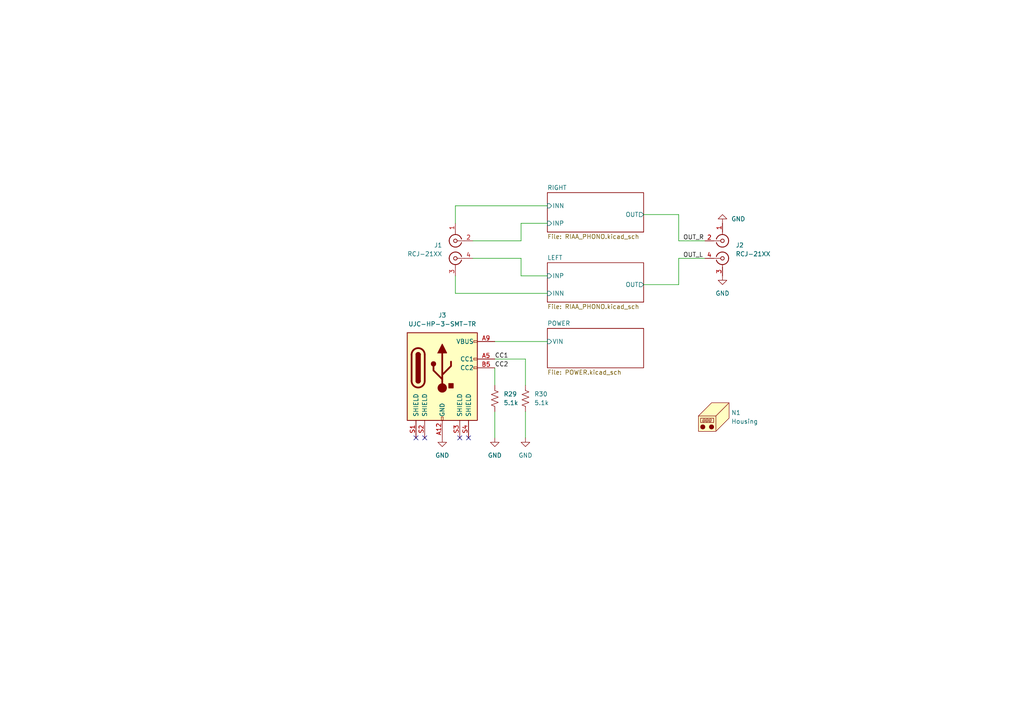
<source format=kicad_sch>
(kicad_sch (version 20211123) (generator eeschema)
  (paper "A4")
  (lib_symbols
    (symbol "Device:R_US" (pin_numbers hide) (pin_names (offset 0))
      (property "Reference" "R" (at 2.54 0 90))
      (property "Value" "R_US" (at -2.54 0 90))
      (symbol "R_US_0_1"
        (polyline (pts (xy 0 -2.286) (xy 0 -2.54)))
        (polyline (pts (xy 0 2.286) (xy 0 2.54)))
        (polyline (pts (xy 0 -0.762) (xy 1.016 -1.143) (xy 0 -1.524) (xy -1.016 -1.905) (xy 0 -2.286)))
        (polyline (pts (xy 0 0.762) (xy 1.016 0.381) (xy 0 0) (xy -1.016 -0.381) (xy 0 -0.762)))
        (polyline (pts (xy 0 2.286) (xy 1.016 1.905) (xy 0 1.524) (xy -1.016 1.143) (xy 0 0.762)))
      )
      (symbol "R_US_1_1"
        (pin passive line (at 0 3.81 270) (length 1.27) (name "~") (number "1"))
        (pin passive line (at 0 -3.81 90) (length 1.27) (name "~") (number "2"))
      )
    )
    (symbol "Mechanical:Housing" (pin_names (offset 1.016))
      (property "Reference" "N" (at 3.81 0 0))
      (property "Value" "Housing" (at 3.81 -1.905 0))
      (symbol "Housing_0_1"
        (rectangle (start -5.08 -0.635) (end -1.27 -1.905))
        (circle (center -4.445 -3.175) (radius 0.635) (fill (type outline)))
        (circle (center -1.905 -3.175) (radius 0.635) (fill (type outline)))
        (polyline (pts (xy -4.5212 -1.5748) (xy -4.4704 -1.3716)))
        (polyline (pts (xy -4.4196 -1.6764) (xy -4.064 -1.6764)))
        (polyline (pts (xy -4.4196 -1.2192) (xy -4.3688 -0.9652)))
        (polyline (pts (xy -4.318 -1.3208) (xy -4.0132 -1.3208)))
        (polyline (pts (xy -4.2164 -0.9144) (xy -3.9116 -0.9144)))
        (polyline (pts (xy -3.9116 -1.6256) (xy -3.8608 -1.3716)))
        (polyline (pts (xy -3.81 -1.2192) (xy -3.7592 -0.9652)))
        (polyline (pts (xy -3.6068 -1.5748) (xy -3.556 -1.3716)))
        (polyline (pts (xy -3.5052 -1.6764) (xy -3.1496 -1.6764)))
        (polyline (pts (xy -3.5052 -1.2192) (xy -3.4544 -0.9652)))
        (polyline (pts (xy -3.4036 -1.3208) (xy -3.0988 -1.3208)))
        (polyline (pts (xy -3.302 -0.9144) (xy -2.9972 -0.9144)))
        (polyline (pts (xy -2.9972 -1.6256) (xy -2.9464 -1.3716)))
        (polyline (pts (xy -2.8956 -1.2192) (xy -2.8448 -0.9652)))
        (polyline (pts (xy -2.6924 -1.5748) (xy -2.6416 -1.3716)))
        (polyline (pts (xy -2.5908 -1.6764) (xy -2.2352 -1.6764)))
        (polyline (pts (xy -2.5908 -1.2192) (xy -2.54 -0.9652)))
        (polyline (pts (xy -2.4892 -1.3208) (xy -2.1844 -1.3208)))
        (polyline (pts (xy -2.3876 -0.9144) (xy -2.0828 -0.9144)))
        (polyline (pts (xy -2.0828 -1.6256) (xy -2.032 -1.3716)))
        (polyline (pts (xy -1.9812 -1.2192) (xy -1.9304 -0.9652)))
        (polyline (pts (xy -0.635 0) (xy -0.635 -4.445)))
        (polyline (pts (xy -5.715 0) (xy -0.635 0) (xy 3.175 3.81)))
        (polyline (pts (xy -5.715 0) (xy -5.715 -4.445) (xy -0.635 -4.445) (xy 3.175 -0.635) (xy 3.175 3.81) (xy -1.905 3.81) (xy -5.715 0)) (fill (type background)))
      )
    )
    (symbol "OPA_PHONO:RCJ-21XX" (pin_names (offset 1.016) hide)
      (property "Reference" "J2" (at -3.81 1.2701 0))
      (property "Value" "RCJ-21XX" (at -3.81 -1.2699 0))
      (symbol "RCJ-21XX_0_0"
        (pin passive line (at -5.08 2.54 0) (length 2.54) (name "Center_terminal_X1") (number "2"))
        (pin passive line (at 0 -7.62 90) (length 2.54) (name "Barrel_terminal_X2") (number "3"))
        (pin passive line (at -5.08 -2.54 0) (length 2.54) (name "Center_terminal_X2") (number "4"))
      )
      (symbol "RCJ-21XX_0_1"
        (arc (start -1.778 -3.048) (mid 0.222 -4.348) (end 1.778 -2.54) (stroke (width 0.254)))
        (arc (start -1.778 2.032) (mid 0.222 0.732) (end 1.778 2.54) (stroke (width 0.254)))
        (circle (center 0 -2.54) (radius 0.508) (stroke (width 0.2032)))
        (polyline (pts (xy -2.54 -2.54) (xy -0.508 -2.54)))
        (polyline (pts (xy -2.54 2.54) (xy -0.508 2.54)))
        (polyline (pts (xy 0 -5.08) (xy 0 -4.318)))
        (polyline (pts (xy 0 5.08) (xy 0 4.318)))
        (circle (center 0 2.54) (radius 0.508) (stroke (width 0.2032)))
        (arc (start 1.778 -2.54) (mid 0.222 -0.7317) (end -1.778 -2.032) (stroke (width 0.254)))
        (arc (start 1.778 2.54) (mid 0.222 4.3483) (end -1.778 3.048) (stroke (width 0.254)))
      )
      (symbol "RCJ-21XX_1_1"
        (pin passive line (at 0 7.62 270) (length 2.54) (name "Barrel_terminal_X1") (number "1"))
      )
    )
    (symbol "OPA_PHONO:UJC-HP-3-SMT-TR" (pin_names (offset 1.016))
      (property "Reference" "J" (at -10.16 19.05 0))
      (property "Value" "UJC-HP-3-SMT-TR" (at 12.7 19.05 0))
      (symbol "UJC-HP-3-SMT-TR_0_0"
        (rectangle (start -0.254 -7.62) (end 0.254 -6.604))
        (rectangle (start 10.16 7.874) (end 9.144 7.366))
        (rectangle (start 10.16 10.414) (end 9.144 9.906))
        (rectangle (start 10.16 15.494) (end 9.144 14.986))
        (pin passive line (at 7.62 -12.7 90) (length 5.08) (name "SHIELD") (number "S4"))
      )
      (symbol "UJC-HP-3-SMT-TR_0_1"
        (rectangle (start -10.16 17.78) (end 10.16 -7.62) (stroke (width 0.254)) (fill (type background)))
        (arc (start -8.89 3.81) (mid -6.985 1.905) (end -5.08 3.81) (stroke (width 0.508)))
        (arc (start -7.62 3.81) (mid -6.985 3.175) (end -6.35 3.81) (stroke (width 0.254)))
        (arc (start -7.62 3.81) (mid -6.985 3.175) (end -6.35 3.81) (stroke (width 0.254)) (fill (type outline)))
        (rectangle (start -7.62 3.81) (end -6.35 11.43) (stroke (width 0.254)) (fill (type outline)))
        (arc (start -6.35 11.43) (mid -6.985 12.065) (end -7.62 11.43) (stroke (width 0.254)))
        (arc (start -6.35 11.43) (mid -6.985 12.065) (end -7.62 11.43) (stroke (width 0.254)) (fill (type outline)))
        (arc (start -5.08 11.43) (mid -6.985 13.335) (end -8.89 11.43) (stroke (width 0.508)))
        (circle (center -2.54 8.763) (radius 0.635) (stroke (width 0.254)) (fill (type outline)))
        (polyline (pts (xy -8.89 3.81) (xy -8.89 11.43)) (stroke (width 0.508)))
        (polyline (pts (xy -5.08 11.43) (xy -5.08 3.81)) (stroke (width 0.508)))
        (polyline (pts (xy 0 1.778) (xy 0 11.938)) (stroke (width 0.508)))
        (polyline (pts (xy 0 4.318) (xy -2.54 6.858) (xy -2.54 8.128)) (stroke (width 0.508)))
        (polyline (pts (xy 0 5.588) (xy 2.54 8.128) (xy 2.54 9.398)) (stroke (width 0.508)))
        (polyline (pts (xy -1.27 11.938) (xy 0 14.478) (xy 1.27 11.938) (xy -1.27 11.938)) (stroke (width 0.254)) (fill (type outline)))
        (circle (center 0 1.778) (radius 1.27) (fill (type outline)))
        (rectangle (start 1.905 1.778) (end 3.175 3.048) (stroke (width 0.254)) (fill (type outline)))
      )
      (symbol "UJC-HP-3-SMT-TR_1_1"
        (pin passive line (at 0 -12.7 90) (length 5.08) (name "GND") (number "A12"))
        (pin bidirectional line (at 15.24 10.16 180) (length 5.08) (name "CC1") (number "A5"))
        (pin passive line (at 15.24 15.24 180) (length 5.08) (name "VBUS") (number "A9"))
        (pin passive line (at 0 -12.7 90) (length 5.08) hide (name "GND") (number "B12"))
        (pin bidirectional line (at 15.24 7.62 180) (length 5.08) (name "CC2") (number "B5"))
        (pin passive line (at 15.24 15.24 180) (length 5.08) hide (name "VBUS") (number "B9"))
        (pin passive line (at -7.62 -12.7 90) (length 5.08) (name "SHIELD") (number "S1"))
        (pin passive line (at -5.08 -12.7 90) (length 5.08) (name "SHIELD") (number "S2"))
        (pin passive line (at 5.08 -12.7 90) (length 5.08) (name "SHIELD") (number "S3"))
      )
    )
    (symbol "power:GND" (power) (pin_names (offset 0))
      (property "Value" "GND" (at 0 -3.81 0))
      (symbol "GND_0_1"
        (polyline (pts (xy 0 0) (xy 0 -1.27) (xy 1.27 -1.27) (xy 0 -2.54) (xy -1.27 -1.27) (xy 0 -1.27)))
      )
      (symbol "GND_1_1"
        (pin power_in line (at 0 0 270) (length 0) hide (name "GND") (number "1"))
      )
    )
  )
  (no_connect (at 120.65 127))
  (no_connect (at 123.19 127))
  (no_connect (at 133.35 127))
  (no_connect (at 135.89 127))
  (wire (pts (xy 196.85 69.85) (xy 204.47 69.85)))
  (wire (pts (xy 152.4 119.38) (xy 152.4 127)))
  (wire (pts (xy 152.4 104.14) (xy 152.4 111.76)))
  (wire (pts (xy 196.85 74.93) (xy 196.85 82.55)))
  (wire (pts (xy 143.51 99.06) (xy 158.75 99.06)))
  (wire (pts (xy 158.75 64.77) (xy 151.13 64.77)))
  (wire (pts (xy 137.16 74.93) (xy 151.13 74.93)))
  (wire (pts (xy 196.85 74.93) (xy 204.47 74.93)))
  (wire (pts (xy 186.69 62.23) (xy 196.85 62.23)))
  (wire (pts (xy 151.13 80.01) (xy 151.13 74.93)))
  (wire (pts (xy 186.69 82.55) (xy 196.85 82.55)))
  (wire (pts (xy 143.51 104.14) (xy 152.4 104.14)))
  (wire (pts (xy 143.51 106.68) (xy 143.51 111.76)))
  (wire (pts (xy 158.75 80.01) (xy 151.13 80.01)))
  (wire (pts (xy 196.85 62.23) (xy 196.85 69.85)))
  (wire (pts (xy 132.08 80.01) (xy 132.08 85.09)))
  (wire (pts (xy 158.75 85.09) (xy 132.08 85.09)))
  (wire (pts (xy 143.51 119.38) (xy 143.51 127)))
  (wire (pts (xy 137.16 69.85) (xy 151.13 69.85)))
  (wire (pts (xy 132.08 59.69) (xy 158.75 59.69)))
  (wire (pts (xy 132.08 59.69) (xy 132.08 64.77)))
  (wire (pts (xy 151.13 64.77) (xy 151.13 69.85)))
  (label "OUT_L" (at 198.12 74.93 0))
  (label "CC2" (at 143.51 106.68 0))
  (label "CC1" (at 143.51 104.14 0))
  (label "OUT_R" (at 198.12 69.85 0))
  (symbol (lib_id "OPA_PHONO:RCJ-21XX") (at 209.55 72.39 0) (unit 1)
    (property "Reference" "J2" (at 213.36 71.1199 0) (effects (justify left)))
    (property "Value" "RCJ-21XX" (at 213.36 73.6599 0) (effects (justify left)))
    (property "Footprint" "LIB:RCJ-21XX" (effects hide))
    (property "Datasheet" "https://www.cuidevices.com/product/resource/rcj-21xx.pdf" (effects hide))
    (property "Description" "CONN DUAL RCA JACK MONO 3.2MM R/A" (effects hide))
    (property "MPN" "RCJ-2123" (effects hide))
    (property "Manufacturer" "CUI Devices" (effects hide))
  )
  (symbol (lib_id "power:GND") (at 152.4 127 0) (unit 1)
    (property "Reference" "#PWR033" (effects hide))
    (property "Value" "GND" (at 152.4 132.08 0))
  )
  (symbol (lib_id "power:GND") (at 143.51 127 0) (unit 1)
    (property "Reference" "#PWR032" (effects hide))
    (property "Value" "GND" (at 143.51 132.08 0))
  )
  (symbol (lib_id "Device:R_US") (at 152.4 115.57 0) (unit 1)
    (property "Reference" "R30" (at 154.94 114.2999 0) (effects (justify left)))
    (property "Value" "5.1k" (at 154.94 116.8399 0) (effects (justify left)))
    (property "Footprint" "Resistor_SMD:R_0402_1005Metric" (effects hide))
    (property "Description" "RES SMD 5.1K OHM 1% 1/16W 0402" (effects hide))
    (property "MPN" "RC0402FR-075K1L" (effects hide))
    (property "Manufacturer" "YAGEO" (effects hide))
    (property "Size" "0402" (effects hide))
    (property "Tolerance" "1%" (effects hide))
  )
  (symbol (lib_id "OPA_PHONO:RCJ-21XX") (at 132.08 72.39 0) (mirror y) (unit 1)
    (property "Reference" "J1" (at 128.27 71.1199 0) (effects (justify left)))
    (property "Value" "RCJ-21XX" (at 128.27 73.6599 0) (effects (justify left)))
    (property "Footprint" "LIB:RCJ-21XX" (effects hide))
    (property "Datasheet" "https://www.cuidevices.com/product/resource/rcj-21xx.pdf" (effects hide))
    (property "Description" "CONN DUAL RCA JACK MONO 3.2MM R/A" (effects hide))
    (property "MPN" "RCJ-2123" (effects hide))
    (property "Manufacturer" "CUI Devices" (effects hide))
  )
  (symbol (lib_id "OPA_PHONO:UJC-HP-3-SMT-TR") (at 128.27 114.3 0) (unit 1)
    (property "Reference" "J3" (at 128.27 91.44 0))
    (property "Value" "UJC-HP-3-SMT-TR" (at 128.27 93.98 0))
    (property "Footprint" "OPA_PHONO:CUI_UJC-HP-3-SMT-TR" (effects hide))
    (property "Datasheet" "https://www.usb.org/sites/default/files/documents/usb_type-c.zip" (effects hide))
    (property "Description" "CONN RCPT TYPE C 24POS SMD RA" (effects hide))
    (property "MPN" "UJC-HP-3-SMT-TR" (effects hide))
    (property "Manufacturer" "CUI Devices" (effects hide))
  )
  (symbol (lib_id "Device:R_US") (at 143.51 115.57 0) (unit 1)
    (property "Reference" "R29" (at 146.05 114.2999 0) (effects (justify left)))
    (property "Value" "5.1k" (at 146.05 116.8399 0) (effects (justify left)))
    (property "Footprint" "Resistor_SMD:R_0402_1005Metric" (effects hide))
    (property "Description" "RES SMD 5.1K OHM 1% 1/16W 0402" (effects hide))
    (property "MPN" "RC0402FR-075K1L" (effects hide))
    (property "Manufacturer" "YAGEO" (effects hide))
    (property "Size" "0402" (effects hide))
    (property "Tolerance" "1%" (effects hide))
  )
  (symbol (lib_id "power:GND") (at 209.55 64.77 180) (unit 1)
    (property "Reference" "#PWR0103" (effects hide))
    (property "Value" "GND" (at 212.09 63.4999 0) (effects (justify right)))
  )
  (symbol (lib_id "power:GND") (at 209.55 80.01 0) (unit 1)
    (property "Reference" "#PWR04" (effects hide))
    (property "Value" "GND" (at 209.55 85.09 0))
  )
  (symbol (lib_id "Mechanical:Housing") (at 208.28 120.65 0) (unit 1) (on_board no)
    (property "Reference" "N1" (at 212.09 119.6974 0) (effects (justify left)))
    (property "Value" "Housing" (at 212.09 122.2374 0) (effects (justify left)))
    (property "Datasheet" "https://www.hammfg.com/files/parts/pdf/1455L801.pdf" (effects hide))
    (property "Description" "BOX ALUM NATURAL 3.15\"LX4.05\"W" (effects hide))
    (property "MPN" "1455L801" (effects hide))
    (property "Manufacturer" "Hammond Manufacturing" (effects hide))
  )
  (symbol (lib_id "power:GND") (at 128.27 127 0) (unit 1)
    (property "Reference" "#PWR0101" (effects hide))
    (property "Value" "GND" (at 128.27 132.08 0))
  )
  (sheet (at 158.75 95.25) (size 27.94 11.43) (stroke (width 0.1524))
    (property "Sheet name" "POWER" (at 158.75 94.5384 0) (effects (justify left bottom)))
    (property "Sheet file" "POWER.kicad_sch" (at 158.75 107.2646 0) (effects (justify left top)))
    (pin "VIN" input (at 158.75 99.06 180))
  )
  (sheet (at 158.75 55.88) (size 27.94 11.43) (stroke (width 0.1524))
    (property "Sheet name" "RIGHT" (at 158.75 55.1684 0) (effects (justify left bottom)))
    (property "Sheet file" "RIAA_PHONO.kicad_sch" (at 158.75 67.8946 0) (effects (justify left top)))
    (pin "OUT" output (at 186.69 62.23 0))
    (pin "INP" input (at 158.75 64.77 180))
    (pin "INN" input (at 158.75 59.69 180))
  )
  (sheet (at 158.75 76.2) (size 27.94 11.43) (stroke (width 0.1524))
    (property "Sheet name" "LEFT" (at 158.75 75.4884 0) (effects (justify left bottom)))
    (property "Sheet file" "RIAA_PHONO.kicad_sch" (at 158.75 88.2146 0) (effects (justify left top)))
    (pin "OUT" output (at 186.69 82.55 0))
    (pin "INP" input (at 158.75 80.01 180))
    (pin "INN" input (at 158.75 85.09 180))
  )
)
</source>
